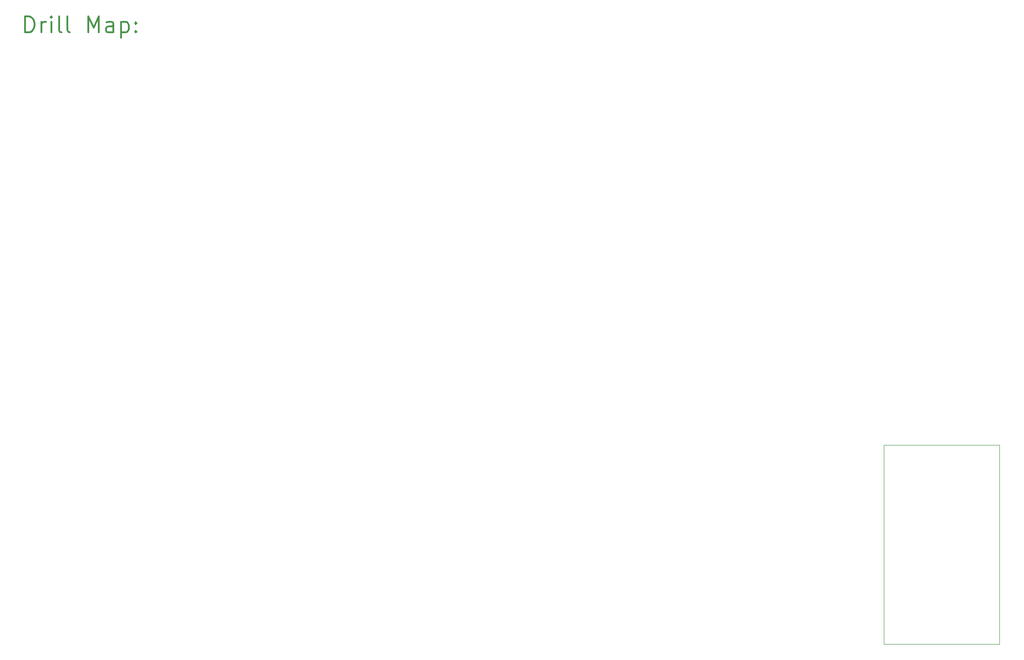
<source format=gbr>
%FSLAX45Y45*%
G04 Gerber Fmt 4.5, Leading zero omitted, Abs format (unit mm)*
G04 Created by KiCad (PCBNEW (5.1.8)-1) date 2023-05-14 21:25:31*
%MOMM*%
%LPD*%
G01*
G04 APERTURE LIST*
%TA.AperFunction,Profile*%
%ADD10C,0.050000*%
%TD*%
%ADD11C,0.200000*%
%ADD12C,0.300000*%
G04 APERTURE END LIST*
D10*
X16261080Y-11859260D02*
X16261080Y-8153400D01*
X18412460Y-11859260D02*
X16261080Y-11859260D01*
X18412460Y-8153400D02*
X18412460Y-11859260D01*
X16261080Y-8153400D02*
X18412460Y-8153400D01*
D11*
D12*
X286429Y-465714D02*
X286429Y-165714D01*
X357857Y-165714D01*
X400714Y-180000D01*
X429286Y-208571D01*
X443571Y-237143D01*
X457857Y-294286D01*
X457857Y-337143D01*
X443571Y-394286D01*
X429286Y-422857D01*
X400714Y-451428D01*
X357857Y-465714D01*
X286429Y-465714D01*
X586429Y-465714D02*
X586429Y-265714D01*
X586429Y-322857D02*
X600714Y-294286D01*
X615000Y-280000D01*
X643571Y-265714D01*
X672143Y-265714D01*
X772143Y-465714D02*
X772143Y-265714D01*
X772143Y-165714D02*
X757857Y-180000D01*
X772143Y-194286D01*
X786428Y-180000D01*
X772143Y-165714D01*
X772143Y-194286D01*
X957857Y-465714D02*
X929286Y-451428D01*
X915000Y-422857D01*
X915000Y-165714D01*
X1115000Y-465714D02*
X1086429Y-451428D01*
X1072143Y-422857D01*
X1072143Y-165714D01*
X1457857Y-465714D02*
X1457857Y-165714D01*
X1557857Y-380000D01*
X1657857Y-165714D01*
X1657857Y-465714D01*
X1929286Y-465714D02*
X1929286Y-308571D01*
X1915000Y-280000D01*
X1886428Y-265714D01*
X1829286Y-265714D01*
X1800714Y-280000D01*
X1929286Y-451428D02*
X1900714Y-465714D01*
X1829286Y-465714D01*
X1800714Y-451428D01*
X1786428Y-422857D01*
X1786428Y-394286D01*
X1800714Y-365714D01*
X1829286Y-351428D01*
X1900714Y-351428D01*
X1929286Y-337143D01*
X2072143Y-265714D02*
X2072143Y-565714D01*
X2072143Y-280000D02*
X2100714Y-265714D01*
X2157857Y-265714D01*
X2186429Y-280000D01*
X2200714Y-294286D01*
X2215000Y-322857D01*
X2215000Y-408571D01*
X2200714Y-437143D01*
X2186429Y-451428D01*
X2157857Y-465714D01*
X2100714Y-465714D01*
X2072143Y-451428D01*
X2343571Y-437143D02*
X2357857Y-451428D01*
X2343571Y-465714D01*
X2329286Y-451428D01*
X2343571Y-437143D01*
X2343571Y-465714D01*
X2343571Y-280000D02*
X2357857Y-294286D01*
X2343571Y-308571D01*
X2329286Y-294286D01*
X2343571Y-280000D01*
X2343571Y-308571D01*
M02*

</source>
